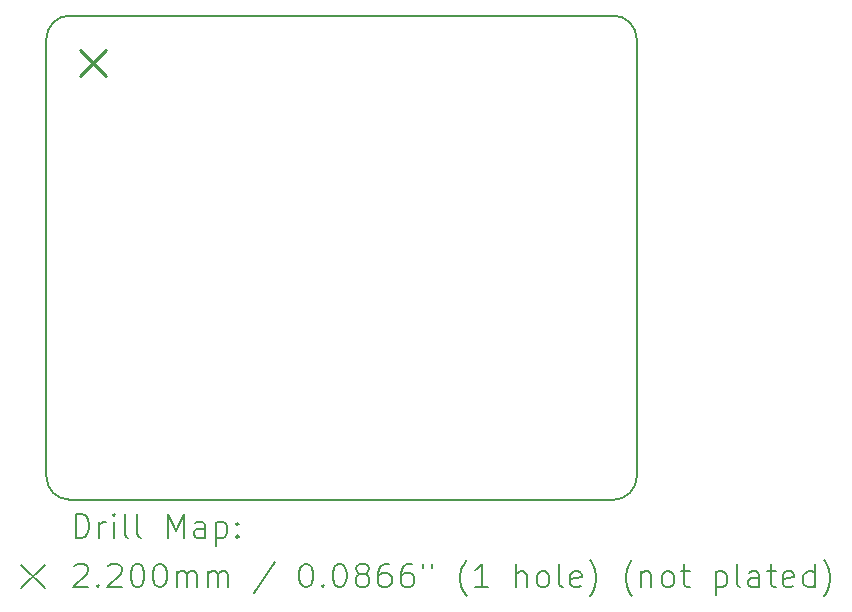
<source format=gbr>
%TF.GenerationSoftware,KiCad,Pcbnew,(6.0.11)*%
%TF.CreationDate,2023-07-08T12:35:08+02:00*%
%TF.ProjectId,IO Board,494f2042-6f61-4726-942e-6b696361645f,rev?*%
%TF.SameCoordinates,Original*%
%TF.FileFunction,Drillmap*%
%TF.FilePolarity,Positive*%
%FSLAX45Y45*%
G04 Gerber Fmt 4.5, Leading zero omitted, Abs format (unit mm)*
G04 Created by KiCad (PCBNEW (6.0.11)) date 2023-07-08 12:35:08*
%MOMM*%
%LPD*%
G01*
G04 APERTURE LIST*
%ADD10C,0.200000*%
%ADD11C,0.220000*%
G04 APERTURE END LIST*
D10*
X16422330Y-9896350D02*
G75*
G03*
X16222329Y-9696350I-200000J0D01*
G01*
X11622329Y-9696349D02*
G75*
G03*
X11422329Y-9896350I1J-200001D01*
G01*
X11622329Y-13796350D02*
X16222329Y-13796350D01*
X11422330Y-13596350D02*
G75*
G03*
X11622329Y-13796350I200000J0D01*
G01*
X11422329Y-9896350D02*
X11422329Y-13596350D01*
X16222329Y-13796349D02*
G75*
G03*
X16422329Y-13596350I1J199999D01*
G01*
X16422329Y-13596350D02*
X16422329Y-9896350D01*
X16222329Y-9696350D02*
X11622329Y-9696350D01*
D11*
X11711920Y-9987062D02*
X11931920Y-10207062D01*
X11931920Y-9987062D02*
X11711920Y-10207062D01*
D10*
X11669948Y-14116826D02*
X11669948Y-13916826D01*
X11717567Y-13916826D01*
X11746138Y-13926350D01*
X11765186Y-13945397D01*
X11774709Y-13964445D01*
X11784233Y-14002540D01*
X11784233Y-14031111D01*
X11774709Y-14069207D01*
X11765186Y-14088254D01*
X11746138Y-14107302D01*
X11717567Y-14116826D01*
X11669948Y-14116826D01*
X11869948Y-14116826D02*
X11869948Y-13983492D01*
X11869948Y-14021588D02*
X11879471Y-14002540D01*
X11888995Y-13993016D01*
X11908043Y-13983492D01*
X11927090Y-13983492D01*
X11993757Y-14116826D02*
X11993757Y-13983492D01*
X11993757Y-13916826D02*
X11984233Y-13926350D01*
X11993757Y-13935873D01*
X12003281Y-13926350D01*
X11993757Y-13916826D01*
X11993757Y-13935873D01*
X12117567Y-14116826D02*
X12098519Y-14107302D01*
X12088995Y-14088254D01*
X12088995Y-13916826D01*
X12222329Y-14116826D02*
X12203281Y-14107302D01*
X12193757Y-14088254D01*
X12193757Y-13916826D01*
X12450900Y-14116826D02*
X12450900Y-13916826D01*
X12517567Y-14059683D01*
X12584233Y-13916826D01*
X12584233Y-14116826D01*
X12765186Y-14116826D02*
X12765186Y-14012064D01*
X12755662Y-13993016D01*
X12736614Y-13983492D01*
X12698519Y-13983492D01*
X12679471Y-13993016D01*
X12765186Y-14107302D02*
X12746138Y-14116826D01*
X12698519Y-14116826D01*
X12679471Y-14107302D01*
X12669948Y-14088254D01*
X12669948Y-14069207D01*
X12679471Y-14050159D01*
X12698519Y-14040635D01*
X12746138Y-14040635D01*
X12765186Y-14031111D01*
X12860424Y-13983492D02*
X12860424Y-14183492D01*
X12860424Y-13993016D02*
X12879471Y-13983492D01*
X12917567Y-13983492D01*
X12936614Y-13993016D01*
X12946138Y-14002540D01*
X12955662Y-14021588D01*
X12955662Y-14078730D01*
X12946138Y-14097778D01*
X12936614Y-14107302D01*
X12917567Y-14116826D01*
X12879471Y-14116826D01*
X12860424Y-14107302D01*
X13041376Y-14097778D02*
X13050900Y-14107302D01*
X13041376Y-14116826D01*
X13031852Y-14107302D01*
X13041376Y-14097778D01*
X13041376Y-14116826D01*
X13041376Y-13993016D02*
X13050900Y-14002540D01*
X13041376Y-14012064D01*
X13031852Y-14002540D01*
X13041376Y-13993016D01*
X13041376Y-14012064D01*
X11212329Y-14346350D02*
X11412329Y-14546350D01*
X11412329Y-14346350D02*
X11212329Y-14546350D01*
X11660424Y-14355873D02*
X11669948Y-14346350D01*
X11688995Y-14336826D01*
X11736614Y-14336826D01*
X11755662Y-14346350D01*
X11765186Y-14355873D01*
X11774709Y-14374921D01*
X11774709Y-14393969D01*
X11765186Y-14422540D01*
X11650900Y-14536826D01*
X11774709Y-14536826D01*
X11860424Y-14517778D02*
X11869948Y-14527302D01*
X11860424Y-14536826D01*
X11850900Y-14527302D01*
X11860424Y-14517778D01*
X11860424Y-14536826D01*
X11946138Y-14355873D02*
X11955662Y-14346350D01*
X11974709Y-14336826D01*
X12022329Y-14336826D01*
X12041376Y-14346350D01*
X12050900Y-14355873D01*
X12060424Y-14374921D01*
X12060424Y-14393969D01*
X12050900Y-14422540D01*
X11936614Y-14536826D01*
X12060424Y-14536826D01*
X12184233Y-14336826D02*
X12203281Y-14336826D01*
X12222329Y-14346350D01*
X12231852Y-14355873D01*
X12241376Y-14374921D01*
X12250900Y-14413016D01*
X12250900Y-14460635D01*
X12241376Y-14498730D01*
X12231852Y-14517778D01*
X12222329Y-14527302D01*
X12203281Y-14536826D01*
X12184233Y-14536826D01*
X12165186Y-14527302D01*
X12155662Y-14517778D01*
X12146138Y-14498730D01*
X12136614Y-14460635D01*
X12136614Y-14413016D01*
X12146138Y-14374921D01*
X12155662Y-14355873D01*
X12165186Y-14346350D01*
X12184233Y-14336826D01*
X12374709Y-14336826D02*
X12393757Y-14336826D01*
X12412805Y-14346350D01*
X12422329Y-14355873D01*
X12431852Y-14374921D01*
X12441376Y-14413016D01*
X12441376Y-14460635D01*
X12431852Y-14498730D01*
X12422329Y-14517778D01*
X12412805Y-14527302D01*
X12393757Y-14536826D01*
X12374709Y-14536826D01*
X12355662Y-14527302D01*
X12346138Y-14517778D01*
X12336614Y-14498730D01*
X12327090Y-14460635D01*
X12327090Y-14413016D01*
X12336614Y-14374921D01*
X12346138Y-14355873D01*
X12355662Y-14346350D01*
X12374709Y-14336826D01*
X12527090Y-14536826D02*
X12527090Y-14403492D01*
X12527090Y-14422540D02*
X12536614Y-14413016D01*
X12555662Y-14403492D01*
X12584233Y-14403492D01*
X12603281Y-14413016D01*
X12612805Y-14432064D01*
X12612805Y-14536826D01*
X12612805Y-14432064D02*
X12622329Y-14413016D01*
X12641376Y-14403492D01*
X12669948Y-14403492D01*
X12688995Y-14413016D01*
X12698519Y-14432064D01*
X12698519Y-14536826D01*
X12793757Y-14536826D02*
X12793757Y-14403492D01*
X12793757Y-14422540D02*
X12803281Y-14413016D01*
X12822329Y-14403492D01*
X12850900Y-14403492D01*
X12869948Y-14413016D01*
X12879471Y-14432064D01*
X12879471Y-14536826D01*
X12879471Y-14432064D02*
X12888995Y-14413016D01*
X12908043Y-14403492D01*
X12936614Y-14403492D01*
X12955662Y-14413016D01*
X12965186Y-14432064D01*
X12965186Y-14536826D01*
X13355662Y-14327302D02*
X13184233Y-14584445D01*
X13612805Y-14336826D02*
X13631852Y-14336826D01*
X13650900Y-14346350D01*
X13660424Y-14355873D01*
X13669948Y-14374921D01*
X13679471Y-14413016D01*
X13679471Y-14460635D01*
X13669948Y-14498730D01*
X13660424Y-14517778D01*
X13650900Y-14527302D01*
X13631852Y-14536826D01*
X13612805Y-14536826D01*
X13593757Y-14527302D01*
X13584233Y-14517778D01*
X13574709Y-14498730D01*
X13565186Y-14460635D01*
X13565186Y-14413016D01*
X13574709Y-14374921D01*
X13584233Y-14355873D01*
X13593757Y-14346350D01*
X13612805Y-14336826D01*
X13765186Y-14517778D02*
X13774709Y-14527302D01*
X13765186Y-14536826D01*
X13755662Y-14527302D01*
X13765186Y-14517778D01*
X13765186Y-14536826D01*
X13898519Y-14336826D02*
X13917567Y-14336826D01*
X13936614Y-14346350D01*
X13946138Y-14355873D01*
X13955662Y-14374921D01*
X13965186Y-14413016D01*
X13965186Y-14460635D01*
X13955662Y-14498730D01*
X13946138Y-14517778D01*
X13936614Y-14527302D01*
X13917567Y-14536826D01*
X13898519Y-14536826D01*
X13879471Y-14527302D01*
X13869948Y-14517778D01*
X13860424Y-14498730D01*
X13850900Y-14460635D01*
X13850900Y-14413016D01*
X13860424Y-14374921D01*
X13869948Y-14355873D01*
X13879471Y-14346350D01*
X13898519Y-14336826D01*
X14079471Y-14422540D02*
X14060424Y-14413016D01*
X14050900Y-14403492D01*
X14041376Y-14384445D01*
X14041376Y-14374921D01*
X14050900Y-14355873D01*
X14060424Y-14346350D01*
X14079471Y-14336826D01*
X14117567Y-14336826D01*
X14136614Y-14346350D01*
X14146138Y-14355873D01*
X14155662Y-14374921D01*
X14155662Y-14384445D01*
X14146138Y-14403492D01*
X14136614Y-14413016D01*
X14117567Y-14422540D01*
X14079471Y-14422540D01*
X14060424Y-14432064D01*
X14050900Y-14441588D01*
X14041376Y-14460635D01*
X14041376Y-14498730D01*
X14050900Y-14517778D01*
X14060424Y-14527302D01*
X14079471Y-14536826D01*
X14117567Y-14536826D01*
X14136614Y-14527302D01*
X14146138Y-14517778D01*
X14155662Y-14498730D01*
X14155662Y-14460635D01*
X14146138Y-14441588D01*
X14136614Y-14432064D01*
X14117567Y-14422540D01*
X14327090Y-14336826D02*
X14288995Y-14336826D01*
X14269948Y-14346350D01*
X14260424Y-14355873D01*
X14241376Y-14384445D01*
X14231852Y-14422540D01*
X14231852Y-14498730D01*
X14241376Y-14517778D01*
X14250900Y-14527302D01*
X14269948Y-14536826D01*
X14308043Y-14536826D01*
X14327090Y-14527302D01*
X14336614Y-14517778D01*
X14346138Y-14498730D01*
X14346138Y-14451111D01*
X14336614Y-14432064D01*
X14327090Y-14422540D01*
X14308043Y-14413016D01*
X14269948Y-14413016D01*
X14250900Y-14422540D01*
X14241376Y-14432064D01*
X14231852Y-14451111D01*
X14517567Y-14336826D02*
X14479471Y-14336826D01*
X14460424Y-14346350D01*
X14450900Y-14355873D01*
X14431852Y-14384445D01*
X14422329Y-14422540D01*
X14422329Y-14498730D01*
X14431852Y-14517778D01*
X14441376Y-14527302D01*
X14460424Y-14536826D01*
X14498519Y-14536826D01*
X14517567Y-14527302D01*
X14527090Y-14517778D01*
X14536614Y-14498730D01*
X14536614Y-14451111D01*
X14527090Y-14432064D01*
X14517567Y-14422540D01*
X14498519Y-14413016D01*
X14460424Y-14413016D01*
X14441376Y-14422540D01*
X14431852Y-14432064D01*
X14422329Y-14451111D01*
X14612805Y-14336826D02*
X14612805Y-14374921D01*
X14688995Y-14336826D02*
X14688995Y-14374921D01*
X14984233Y-14613016D02*
X14974709Y-14603492D01*
X14955662Y-14574921D01*
X14946138Y-14555873D01*
X14936614Y-14527302D01*
X14927090Y-14479683D01*
X14927090Y-14441588D01*
X14936614Y-14393969D01*
X14946138Y-14365397D01*
X14955662Y-14346350D01*
X14974709Y-14317778D01*
X14984233Y-14308254D01*
X15165186Y-14536826D02*
X15050900Y-14536826D01*
X15108043Y-14536826D02*
X15108043Y-14336826D01*
X15088995Y-14365397D01*
X15069948Y-14384445D01*
X15050900Y-14393969D01*
X15403281Y-14536826D02*
X15403281Y-14336826D01*
X15488995Y-14536826D02*
X15488995Y-14432064D01*
X15479471Y-14413016D01*
X15460424Y-14403492D01*
X15431852Y-14403492D01*
X15412805Y-14413016D01*
X15403281Y-14422540D01*
X15612805Y-14536826D02*
X15593757Y-14527302D01*
X15584233Y-14517778D01*
X15574709Y-14498730D01*
X15574709Y-14441588D01*
X15584233Y-14422540D01*
X15593757Y-14413016D01*
X15612805Y-14403492D01*
X15641376Y-14403492D01*
X15660424Y-14413016D01*
X15669948Y-14422540D01*
X15679471Y-14441588D01*
X15679471Y-14498730D01*
X15669948Y-14517778D01*
X15660424Y-14527302D01*
X15641376Y-14536826D01*
X15612805Y-14536826D01*
X15793757Y-14536826D02*
X15774709Y-14527302D01*
X15765186Y-14508254D01*
X15765186Y-14336826D01*
X15946138Y-14527302D02*
X15927090Y-14536826D01*
X15888995Y-14536826D01*
X15869948Y-14527302D01*
X15860424Y-14508254D01*
X15860424Y-14432064D01*
X15869948Y-14413016D01*
X15888995Y-14403492D01*
X15927090Y-14403492D01*
X15946138Y-14413016D01*
X15955662Y-14432064D01*
X15955662Y-14451111D01*
X15860424Y-14470159D01*
X16022328Y-14613016D02*
X16031852Y-14603492D01*
X16050900Y-14574921D01*
X16060424Y-14555873D01*
X16069948Y-14527302D01*
X16079471Y-14479683D01*
X16079471Y-14441588D01*
X16069948Y-14393969D01*
X16060424Y-14365397D01*
X16050900Y-14346350D01*
X16031852Y-14317778D01*
X16022328Y-14308254D01*
X16384233Y-14613016D02*
X16374709Y-14603492D01*
X16355662Y-14574921D01*
X16346138Y-14555873D01*
X16336614Y-14527302D01*
X16327090Y-14479683D01*
X16327090Y-14441588D01*
X16336614Y-14393969D01*
X16346138Y-14365397D01*
X16355662Y-14346350D01*
X16374709Y-14317778D01*
X16384233Y-14308254D01*
X16460424Y-14403492D02*
X16460424Y-14536826D01*
X16460424Y-14422540D02*
X16469948Y-14413016D01*
X16488995Y-14403492D01*
X16517567Y-14403492D01*
X16536614Y-14413016D01*
X16546138Y-14432064D01*
X16546138Y-14536826D01*
X16669948Y-14536826D02*
X16650900Y-14527302D01*
X16641376Y-14517778D01*
X16631852Y-14498730D01*
X16631852Y-14441588D01*
X16641376Y-14422540D01*
X16650900Y-14413016D01*
X16669948Y-14403492D01*
X16698519Y-14403492D01*
X16717567Y-14413016D01*
X16727090Y-14422540D01*
X16736614Y-14441588D01*
X16736614Y-14498730D01*
X16727090Y-14517778D01*
X16717567Y-14527302D01*
X16698519Y-14536826D01*
X16669948Y-14536826D01*
X16793757Y-14403492D02*
X16869948Y-14403492D01*
X16822329Y-14336826D02*
X16822329Y-14508254D01*
X16831852Y-14527302D01*
X16850900Y-14536826D01*
X16869948Y-14536826D01*
X17088995Y-14403492D02*
X17088995Y-14603492D01*
X17088995Y-14413016D02*
X17108043Y-14403492D01*
X17146138Y-14403492D01*
X17165186Y-14413016D01*
X17174710Y-14422540D01*
X17184233Y-14441588D01*
X17184233Y-14498730D01*
X17174710Y-14517778D01*
X17165186Y-14527302D01*
X17146138Y-14536826D01*
X17108043Y-14536826D01*
X17088995Y-14527302D01*
X17298519Y-14536826D02*
X17279471Y-14527302D01*
X17269948Y-14508254D01*
X17269948Y-14336826D01*
X17460424Y-14536826D02*
X17460424Y-14432064D01*
X17450900Y-14413016D01*
X17431852Y-14403492D01*
X17393757Y-14403492D01*
X17374710Y-14413016D01*
X17460424Y-14527302D02*
X17441376Y-14536826D01*
X17393757Y-14536826D01*
X17374710Y-14527302D01*
X17365186Y-14508254D01*
X17365186Y-14489207D01*
X17374710Y-14470159D01*
X17393757Y-14460635D01*
X17441376Y-14460635D01*
X17460424Y-14451111D01*
X17527091Y-14403492D02*
X17603281Y-14403492D01*
X17555662Y-14336826D02*
X17555662Y-14508254D01*
X17565186Y-14527302D01*
X17584233Y-14536826D01*
X17603281Y-14536826D01*
X17746138Y-14527302D02*
X17727091Y-14536826D01*
X17688995Y-14536826D01*
X17669948Y-14527302D01*
X17660424Y-14508254D01*
X17660424Y-14432064D01*
X17669948Y-14413016D01*
X17688995Y-14403492D01*
X17727091Y-14403492D01*
X17746138Y-14413016D01*
X17755662Y-14432064D01*
X17755662Y-14451111D01*
X17660424Y-14470159D01*
X17927091Y-14536826D02*
X17927091Y-14336826D01*
X17927091Y-14527302D02*
X17908043Y-14536826D01*
X17869948Y-14536826D01*
X17850900Y-14527302D01*
X17841376Y-14517778D01*
X17831852Y-14498730D01*
X17831852Y-14441588D01*
X17841376Y-14422540D01*
X17850900Y-14413016D01*
X17869948Y-14403492D01*
X17908043Y-14403492D01*
X17927091Y-14413016D01*
X18003281Y-14613016D02*
X18012805Y-14603492D01*
X18031852Y-14574921D01*
X18041376Y-14555873D01*
X18050900Y-14527302D01*
X18060424Y-14479683D01*
X18060424Y-14441588D01*
X18050900Y-14393969D01*
X18041376Y-14365397D01*
X18031852Y-14346350D01*
X18012805Y-14317778D01*
X18003281Y-14308254D01*
M02*

</source>
